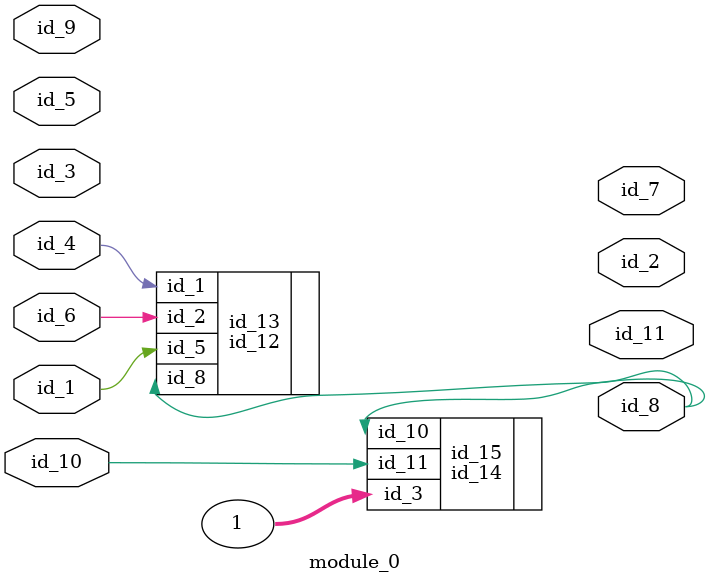
<source format=v>
module module_0 (
    id_1,
    id_2,
    id_3,
    id_4,
    id_5,
    id_6,
    id_7,
    id_8,
    id_9,
    id_10,
    id_11
);
  output id_11;
  input id_10;
  input id_9;
  output id_8;
  output id_7;
  input id_6;
  input id_5;
  input id_4;
  input id_3;
  output id_2;
  input id_1;
  id_12 id_13 (
      .id_5(id_10),
      .id_5(id_1),
      .id_2(id_6),
      .id_8(id_8),
      .id_1(id_4)
  );
  id_14 id_15 (
      .id_10(id_10),
      .id_10(id_8),
      .id_11(id_10),
      .id_3 (1)
  );
  localparam id_16 = id_9;
endmodule

</source>
